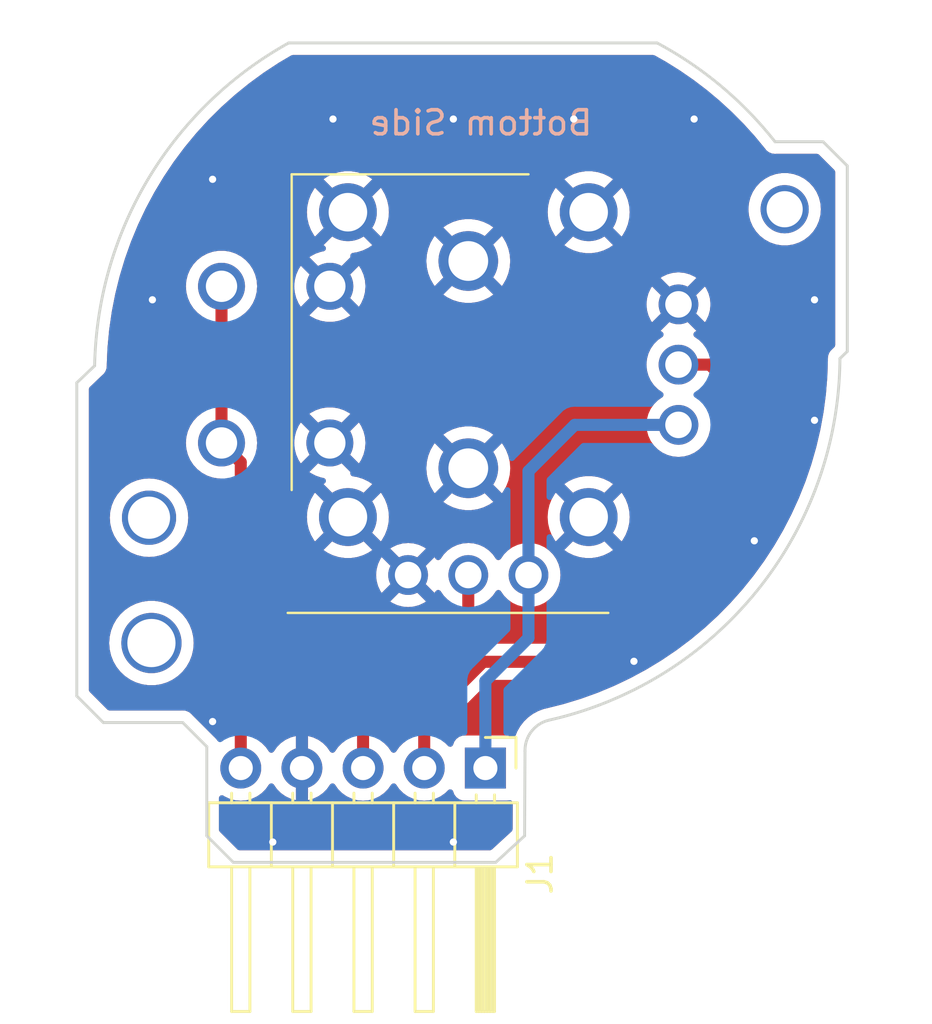
<source format=kicad_pcb>
(kicad_pcb (version 20221018) (generator pcbnew)
  (layers (0 "F.Cu" signal) (31 "B.Cu" signal) (34 "B.Paste" user) (35 "F.Paste" user) (36 "B.SilkS" user "B.Silkscreen") (37 "F.SilkS" user "F.Silkscreen") (38 "B.Mask" user) (39 "F.Mask" user) (44 "Edge.Cuts" user))
  (net 0 "")
  (net 1 "Net-(J1-Pin_1)")
  (net 2 "Net-(J1-Pin_5)")
  (net 3 "GND")
  (net 4 "Net-(J1-Pin_2)")
  (net 5 "Net-(J1-Pin_3)")
  (footprint "Connector_PinHeader_2.54mm:PinHeader_1x05_P2.54mm_Horizontal" (layer "F.Cu") (at 143.83 119.43 -90)
    (fp_text reference "J1" (at 4.385 -2.27 90) (layer "F.SilkS"))
    (fp_text value "Conn_01x05_Pin")
    (fp_line (start -1.27 -1.27) (end 0 -1.27) (stroke (width 0.12)) (layer "F.SilkS"))
    (fp_line (start -1.27 0) (end -1.27 -1.27) (stroke (width 0.12)) (layer "F.SilkS"))
    (fp_line (start 1.042929 2.16) (end 1.44 2.16) (stroke (width 0.12)) (layer "F.SilkS"))
    (fp_line (start 1.042929 2.92) (end 1.44 2.92) (stroke (width 0.12)) (layer "F.SilkS"))
    (fp_line (start 1.042929 4.7) (end 1.44 4.7) (stroke (width 0.12)) (layer "F.SilkS"))
    (fp_line (start 1.042929 5.46) (end 1.44 5.46) (stroke (width 0.12)) (layer "F.SilkS"))
    (fp_line (start 1.042929 7.24) (end 1.44 7.24) (stroke (width 0.12)) (layer "F.SilkS"))
    (fp_line (start 1.042929 8) (end 1.44 8) (stroke (width 0.12)) (layer "F.SilkS"))
    (fp_line (start 1.042929 9.78) (end 1.44 9.78) (stroke (width 0.12)) (layer "F.SilkS"))
    (fp_line (start 1.042929 10.54) (end 1.44 10.54) (stroke (width 0.12)) (layer "F.SilkS"))
    (fp_line (start 1.11 -0.38) (end 1.44 -0.38) (stroke (width 0.12)) (layer "F.SilkS"))
    (fp_line (start 1.11 0.38) (end 1.44 0.38) (stroke (width 0.12)) (layer "F.SilkS"))
    (fp_line (start 1.44 -1.33) (end 1.44 11.49) (stroke (width 0.12)) (layer "F.SilkS"))
    (fp_line (start 1.44 1.27) (end 4.1 1.27) (stroke (width 0.12)) (layer "F.SilkS"))
    (fp_line (start 1.44 3.81) (end 4.1 3.81) (stroke (width 0.12)) (layer "F.SilkS"))
    (fp_line (start 1.44 6.35) (end 4.1 6.35) (stroke (width 0.12)) (layer "F.SilkS"))
    (fp_line (start 1.44 8.89) (end 4.1 8.89) (stroke (width 0.12)) (layer "F.SilkS"))
    (fp_line (start 1.44 11.49) (end 4.1 11.49) (stroke (width 0.12)) (layer "F.SilkS"))
    (fp_line (start 4.1 -1.33) (end 1.44 -1.33) (stroke (width 0.12)) (layer "F.SilkS"))
    (fp_line (start 4.1 -0.38) (end 10.1 -0.38) (stroke (width 0.12)) (layer "F.SilkS"))
    (fp_line (start 4.1 -0.32) (end 10.1 -0.32) (stroke (width 0.12)) (layer "F.SilkS"))
    (fp_line (start 4.1 -0.2) (end 10.1 -0.2) (stroke (width 0.12)) (layer "F.SilkS"))
    (fp_line (start 4.1 -0.08) (end 10.1 -0.08) (stroke (width 0.12)) (layer "F.SilkS"))
    (fp_line (start 4.1 0.04) (end 10.1 0.04) (stroke (width 0.12)) (layer "F.SilkS"))
    (fp_line (start 4.1 0.16) (end 10.1 0.16) (stroke (width 0.12)) (layer "F.SilkS"))
    (fp_line (start 4.1 0.28) (end 10.1 0.28) (stroke (width 0.12)) (layer "F.SilkS"))
    (fp_line (start 4.1 2.16) (end 10.1 2.16) (stroke (width 0.12)) (layer "F.SilkS"))
    (fp_line (start 4.1 4.7) (end 10.1 4.7) (stroke (width 0.12)) (layer "F.SilkS"))
    (fp_line (start 4.1 7.24) (end 10.1 7.24) (stroke (width 0.12)) (layer "F.SilkS"))
    (fp_line (start 4.1 9.78) (end 10.1 9.78) (stroke (width 0.12)) (layer "F.SilkS"))
    (fp_line (start 4.1 11.49) (end 4.1 -1.33) (stroke (width 0.12)) (layer "F.SilkS"))
    (fp_line (start 10.1 -0.38) (end 10.1 0.38) (stroke (width 0.12)) (layer "F.SilkS"))
    (fp_line (start 10.1 0.38) (end 4.1 0.38) (stroke (width 0.12)) (layer "F.SilkS"))
    (fp_line (start 10.1 2.16) (end 10.1 2.92) (stroke (width 0.12)) (layer "F.SilkS"))
    (fp_line (start 10.1 2.92) (end 4.1 2.92) (stroke (width 0.12)) (layer "F.SilkS"))
    (fp_line (start 10.1 4.7) (end 10.1 5.46) (stroke (width 0.12)) (layer "F.SilkS"))
    (fp_line (start 10.1 5.46) (end 4.1 5.46) (stroke (width 0.12)) (layer "F.SilkS"))
    (fp_line (start 10.1 7.24) (end 10.1 8) (stroke (width 0.12)) (layer "F.SilkS"))
    (fp_line (start 10.1 8) (end 4.1 8) (stroke (width 0.12)) (layer "F.SilkS"))
    (fp_line (start 10.1 9.78) (end 10.1 10.54) (stroke (width 0.12)) (layer "F.SilkS"))
    (fp_line (start 10.1 10.54) (end 4.1 10.54) (stroke (width 0.12)) (layer "F.SilkS"))
    (pad "1" thru_hole rect (at 0 0 270) (size 1.7 1.7) (drill 1) (layers "*.Cu" "*.Mask") (net 1 "Net-(J1-Pin_1)"))
    (pad "2" thru_hole oval (at 0 2.54 270) (size 1.7 1.7) (drill 1) (layers "*.Cu" "*.Mask") (net 4 "Net-(J1-Pin_2)"))
    (pad "3" thru_hole oval (at 0 5.08 270) (size 1.7 1.7) (drill 1) (layers "*.Cu" "*.Mask") (net 5 "Net-(J1-Pin_3)"))
    (pad "4" thru_hole oval (at 0 7.62 270) (size 1.7 1.7) (drill 1) (layers "*.Cu" "*.Mask") (net 3 "GND"))
    (pad "5" thru_hole oval (at 0 10.16 270) (size 1.7 1.7) (drill 1) (layers "*.Cu" "*.Mask") (net 2 "Net-(J1-Pin_5)"))
  )
  (footprint "ProControllerX:LJoystick" (layer "B.Cu") (at 140.56 104.842 180)
    (fp_text reference "U1" hide)
    (fp_text value "~" hide)
    (fp_text user "Bottom Side" (at -7.8 11.6 unlocked) (layer "B.SilkS") (effects (justify left bottom mirror)))
    (fp_line (start -8.375 -8.15) (end 4.94 -8.15) (stroke (width 0.1)) (layer "F.SilkS"))
    (fp_line (start -5.06 10.049) (end 4.775 10.049) (stroke (width 0.1)) (layer "F.SilkS"))
    (fp_line (start 4.775 10.049) (end 4.775 -3.051) (stroke (width 0.1)) (layer "F.SilkS"))
    (fp_line (start -18.3 2.7) (end -17.996881 2.405549) (stroke (width 0.12)) (layer "Edge.Cuts"))
    (fp_line (start -18.3 10.4) (end -18.3 2.7) (stroke (width 0.12)) (layer "Edge.Cuts"))
    (fp_line (start -17.297327 11.4) (end -18.3 10.4) (stroke (width 0.12)) (layer "Edge.Cuts"))
    (fp_line (start -15.302672 11.4) (end -17.297327 11.4) (stroke (width 0.12)) (layer "Edge.Cuts"))
    (fp_line (start -4.9 -17.4) (end -4.915434 -13.882363) (stroke (width 0.12)) (layer "Edge.Cuts"))
    (fp_line (start -3.7 -18.5) (end -4.9 -17.4) (stroke (width 0.12)) (layer "Edge.Cuts"))
    (fp_line (start 4.9 15.5) (end -10.4 15.5) (stroke (width 0.12)) (layer "Edge.Cuts"))
    (fp_line (start 7.2 -18.5) (end -3.7 -18.5) (stroke (width 0.12)) (layer "Edge.Cuts"))
    (fp_line (start 8.3 -17.4) (end 7.2 -18.5) (stroke (width 0.12)) (layer "Edge.Cuts"))
    (fp_line (start 8.3 -13.7) (end 8.3 -17.4) (stroke (width 0.12)) (layer "Edge.Cuts"))
    (fp_line (start 9.3 -12.7) (end 8.3 -13.7) (stroke (width 0.12)) (layer "Edge.Cuts"))
    (fp_line (start 9.3 -12.7) (end 12.6 -12.7) (stroke (width 0.12)) (layer "Edge.Cuts"))
    (fp_line (start 12.6 -12.7) (end 13.7 -11.6) (stroke (width 0.12)) (layer "Edge.Cuts"))
    (fp_line (start 13.7 -11.6) (end 13.7 1.4) (stroke (width 0.12)) (layer "Edge.Cuts"))
    (fp_line (start 13.7 1.4) (end 12.959133 2.104768) (stroke (width 0.12)) (layer "Edge.Cuts"))
    (fp_arc (start -17.996881 2.405549) (mid -14.574017 -7.204322) (end -5.91618 -12.599455) (stroke (width 0.12)) (layer "Edge.Cuts"))
    (fp_arc (start -10.400305 15.500567) (mid -13.063389 13.705077) (end -15.299999 11.4) (stroke (width 0.12)) (layer "Edge.Cuts"))
    (fp_arc (start -4.915434 -13.882363) (mid -5.188129 -13.063307) (end -5.91618 -12.599455) (stroke (width 0.12)) (layer "Edge.Cuts"))
    (fp_arc (start 12.959133 2.104768) (mid 10.720316 9.879773) (end 4.9 15.499999) (stroke (width 0.12)) (layer "Edge.Cuts"))
    (pad "A1" thru_hole circle (at 3.19 -1.098 90) (size 1.95 1.95) (drill 1.3) (layers "*.Cu" "*.Mask") (net 3 "GND"))
    (pad "A1" thru_hole circle (at 3.19 5.402 90) (size 1.95 1.95) (drill 1.3) (layers "*.Cu" "*.Mask") (net 3 "GND"))
    (pad "A11" thru_hole circle (at -0.06 -6.578 90) (size 1.65 1.65) (drill 1.1) (layers "*.Cu" "*.Mask") (net 3 "GND"))
    (pad "A12" thru_hole circle (at -2.56 -6.578 90) (size 1.65 1.65) (drill 1.1) (layers "*.Cu" "*.Mask") (net 5 "Net-(J1-Pin_3)"))
    (pad "A13" thru_hole circle (at -5.06 -6.578 90) (size 1.65 1.65) (drill 1.1) (layers "*.Cu" "*.Mask") (net 1 "Net-(J1-Pin_1)"))
    (pad "B1" thru_hole circle (at 7.69 -1.098 90) (size 1.95 1.95) (drill 1.3) (layers "*.Cu" "*.Mask") (net 2 "Net-(J1-Pin_5)"))
    (pad "B1" thru_hole circle (at 7.69 5.402 90) (size 1.95 1.95) (drill 1.3) (layers "*.Cu" "*.Mask") (net 2 "Net-(J1-Pin_5)"))
    (pad "B2" thru_hole circle (at -15.7 8.6 270) (size 2 2) (drill 1.5) (layers "*.Cu" "*.Mask"))
    (pad "B2" thru_hole circle (at 10.6 -9.4 270) (size 2.5 2.5) (drill 2) (layers "*.Cu" "*.Mask"))
    (pad "B3" thru_hole circle (at 10.7 -4.2 270) (size 2.25 2.25) (drill 1.75) (layers "*.Cu" "*.Mask"))
    (pad "B11" thru_hole circle (at -11.29 -0.348 90) (size 1.65 1.65) (drill 1.1) (layers "*.Cu" "*.Mask") (net 1 "Net-(J1-Pin_1)"))
    (pad "B12" thru_hole circle (at -11.29 2.152 90) (size 1.65 1.65) (drill 1.1) (layers "*.Cu" "*.Mask") (net 4 "Net-(J1-Pin_2)"))
    (pad "B13" thru_hole circle (at -11.29 4.652 90) (size 1.65 1.65) (drill 1.1) (layers "*.Cu" "*.Mask") (net 3 "GND"))
    (pad "MH1" thru_hole circle (at -7.56 -4.173 90) (size 2.4 2.4) (drill 1.6) (layers "*.Cu" "*.Mask") (net 3 "GND"))
    (pad "MH1" thru_hole circle (at -7.56 8.477 90) (size 2.4 2.4) (drill 1.6) (layers "*.Cu" "*.Mask") (net 3 "GND"))
    (pad "MH1" thru_hole circle (at 2.44 -4.173 90) (size 2.4 2.4) (drill 1.6) (layers "*.Cu" "*.Mask") (net 3 "GND"))
    (pad "MH1" thru_hole circle (at 2.44 8.477 90) (size 2.4 2.4) (drill 1.6) (layers "*.Cu" "*.Mask") (net 3 "GND"))
    (pad "MH2" thru_hole circle (at -2.56 -2.148 90) (size 2.475 2.475) (drill 1.65) (layers "*.Cu" "*.Mask") (net 3 "GND"))
    (pad "MH2" thru_hole circle (at -2.56 6.452 90) (size 2.475 2.475) (drill 1.65) (layers "*.Cu" "*.Mask") (net 3 "GND"))
  )
  (segment (start 147.54 105.19) (end 145.62 107.11) (width 0.5) (layer "B.Cu") (net 1))
  (segment (start 145.62 111.42) (end 145.62 114.03) (width 0.5) (layer "B.Cu") (net 1))
  (segment (start 145.62 114.03) (end 143.83 115.82) (width 0.5) (layer "B.Cu") (net 1))
  (segment (start 143.83 115.82) (end 143.83 119.43) (width 0.5) (layer "B.Cu") (net 1))
  (segment (start 145.62 107.11) (end 145.62 111.42) (width 0.5) (layer "B.Cu") (net 1))
  (segment (start 151.85 105.19) (end 147.54 105.19) (width 0.5) (layer "B.Cu") (net 1))
  (segment (start 132.87 105.94) (end 133.67 106.74) (width 0.5) (layer "F.Cu") (net 2))
  (segment (start 133.67 106.74) (end 133.67 119.43) (width 0.5) (layer "F.Cu") (net 2))
  (segment (start 132.87 99.44) (end 132.87 105.94) (width 0.5) (layer "F.Cu") (net 2))
  (via (at 155 110) (size 0.6) (drill 0.3) (layers "F.Cu" "B.Cu") (net 3))
  (via (at 142.5 92.5) (size 0.6) (drill 0.3) (layers "F.Cu" "B.Cu") (net 3))
  (via (at 147.5 92.5) (size 0.6) (drill 0.3) (layers "F.Cu" "B.Cu") (net 3))
  (via (at 132.5 95) (size 0.6) (drill 0.3) (layers "F.Cu" "B.Cu") (net 3))
  (via (at 157.5 100) (size 0.6) (drill 0.3) (layers "F.Cu" "B.Cu") (net 3))
  (via (at 142.5 122.5) (size 0.6) (drill 0.3) (layers "F.Cu" "B.Cu") (net 3))
  (via (at 130 100) (size 0.6) (drill 0.3) (layers "F.Cu" "B.Cu") (net 3))
  (via (at 137.5 92.5) (size 0.6) (drill 0.3) (layers "F.Cu" "B.Cu") (net 3))
  (via (at 132.5 117.5) (size 0.6) (drill 0.3) (layers "F.Cu" "B.Cu") (net 3))
  (via (at 157.5 105) (size 0.6) (drill 0.3) (layers "F.Cu" "B.Cu") (net 3))
  (via (at 152.5 92.5) (size 0.6) (drill 0.3) (layers "F.Cu" "B.Cu") (net 3))
  (via (at 135 122.5) (size 0.6) (drill 0.3) (layers "F.Cu" "B.Cu") (net 3))
  (via (at 150 115) (size 0.6) (drill 0.3) (layers "F.Cu" "B.Cu") (net 3))
  (segment (start 153.15 102.69) (end 154.15 103.69) (width 0.5) (layer "F.Cu") (net 4))
  (segment (start 141.29 117.47) (end 141.29 119.43) (width 0.5) (layer "F.Cu") (net 4))
  (segment (start 151.85 102.69) (end 153.15 102.69) (width 0.5) (layer "F.Cu") (net 4))
  (segment (start 154.15 107.99) (end 147.12 115.02) (width 0.5) (layer "F.Cu") (net 4))
  (segment (start 154.15 103.69) (end 154.15 107.99) (width 0.5) (layer "F.Cu") (net 4))
  (segment (start 147.12 115.02) (end 143.74 115.02) (width 0.5) (layer "F.Cu") (net 4))
  (segment (start 143.74 115.02) (end 141.29 117.47) (width 0.5) (layer "F.Cu") (net 4))
  (segment (start 143.12 113.11) (end 138.75 117.48) (width 0.5) (layer "F.Cu") (net 5))
  (segment (start 138.75 117.48) (end 138.75 119.43) (width 0.5) (layer "F.Cu") (net 5))
  (segment (start 143.12 111.42) (end 143.12 113.11) (width 0.5) (layer "F.Cu") (net 5))
  (zone (net 3) (net_name "GND") (layers "F&B.Cu") (connect_pads (clearance 0.5)) (min_thickness 0.25) (fill yes (thermal_gap 0.5) (thermal_bridge_width 0.5))
    (polygon (pts (xy 123.67 87.56) (xy 162.39 87.59) (xy 162.38 125.08) (xy 123.76 125.04)))
  )
)
</source>
